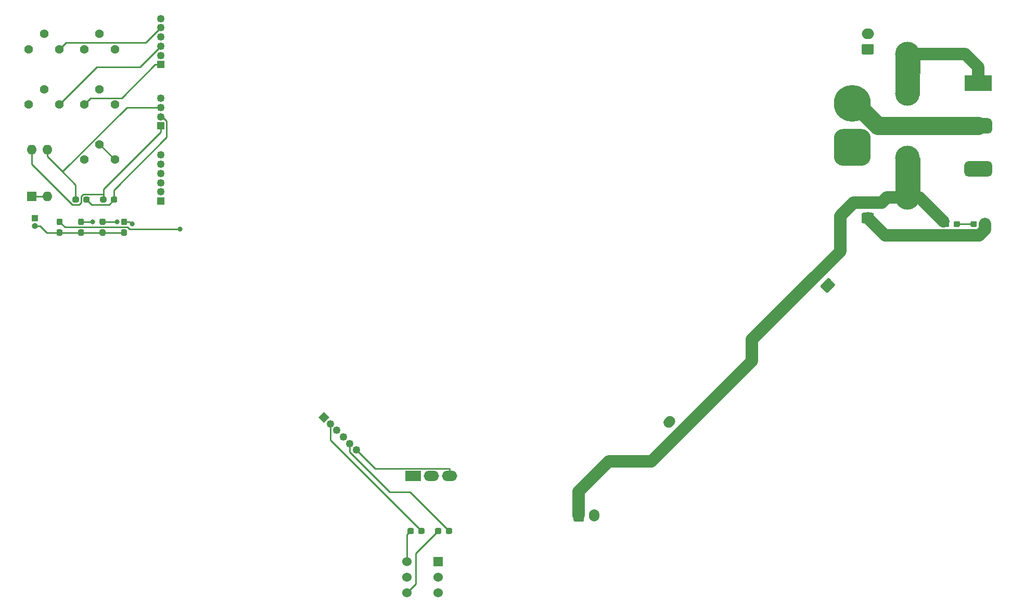
<source format=gtl>
G04 #@! TF.GenerationSoftware,KiCad,Pcbnew,(5.1.6)-1*
G04 #@! TF.CreationDate,2021-11-09T00:45:41+09:00*
G04 #@! TF.ProjectId,control20211108,636f6e74-726f-46c3-9230-323131313038,V1.1*
G04 #@! TF.SameCoordinates,Original*
G04 #@! TF.FileFunction,Copper,L1,Top*
G04 #@! TF.FilePolarity,Positive*
%FSLAX46Y46*%
G04 Gerber Fmt 4.6, Leading zero omitted, Abs format (unit mm)*
G04 Created by KiCad (PCBNEW (5.1.6)-1) date 2021-11-09 00:45:41*
%MOMM*%
%LPD*%
G01*
G04 APERTURE LIST*
G04 #@! TA.AperFunction,EtchedComponent*
%ADD10C,0.100000*%
G04 #@! TD*
G04 #@! TA.AperFunction,ComponentPad*
%ADD11O,1.700000X2.000000*%
G04 #@! TD*
G04 #@! TA.AperFunction,ComponentPad*
%ADD12C,1.251000*%
G04 #@! TD*
G04 #@! TA.AperFunction,ComponentPad*
%ADD13C,0.100000*%
G04 #@! TD*
G04 #@! TA.AperFunction,ComponentPad*
%ADD14R,1.251000X1.251000*%
G04 #@! TD*
G04 #@! TA.AperFunction,ComponentPad*
%ADD15O,2.000000X1.700000*%
G04 #@! TD*
G04 #@! TA.AperFunction,ComponentPad*
%ADD16O,1.000000X1.000000*%
G04 #@! TD*
G04 #@! TA.AperFunction,ComponentPad*
%ADD17R,1.000000X1.000000*%
G04 #@! TD*
G04 #@! TA.AperFunction,ComponentPad*
%ADD18C,1.524000*%
G04 #@! TD*
G04 #@! TA.AperFunction,ComponentPad*
%ADD19R,1.524000X1.524000*%
G04 #@! TD*
G04 #@! TA.AperFunction,ComponentPad*
%ADD20O,2.500000X1.700000*%
G04 #@! TD*
G04 #@! TA.AperFunction,ComponentPad*
%ADD21R,2.500000X1.700000*%
G04 #@! TD*
G04 #@! TA.AperFunction,ComponentPad*
%ADD22R,4.524000X2.524000*%
G04 #@! TD*
G04 #@! TA.AperFunction,ComponentPad*
%ADD23C,1.431000*%
G04 #@! TD*
G04 #@! TA.AperFunction,ComponentPad*
%ADD24C,6.000000*%
G04 #@! TD*
G04 #@! TA.AperFunction,ComponentPad*
%ADD25C,4.000000*%
G04 #@! TD*
G04 #@! TA.AperFunction,ComponentPad*
%ADD26O,1.600000X1.600000*%
G04 #@! TD*
G04 #@! TA.AperFunction,ComponentPad*
%ADD27R,1.600000X1.600000*%
G04 #@! TD*
G04 #@! TA.AperFunction,ViaPad*
%ADD28C,0.800000*%
G04 #@! TD*
G04 #@! TA.AperFunction,Conductor*
%ADD29C,0.250000*%
G04 #@! TD*
G04 #@! TA.AperFunction,Conductor*
%ADD30C,2.000000*%
G04 #@! TD*
G04 #@! TA.AperFunction,Conductor*
%ADD31C,0.951600*%
G04 #@! TD*
G04 #@! TA.AperFunction,Conductor*
%ADD32C,3.000000*%
G04 #@! TD*
G04 APERTURE END LIST*
D10*
G36*
X191500000Y-111946000D02*
G01*
X187500000Y-111946000D01*
X187500000Y-105246000D01*
X191500000Y-105246000D01*
X191500000Y-111946000D01*
G37*
X191500000Y-111946000D02*
X187500000Y-111946000D01*
X187500000Y-105246000D01*
X191500000Y-105246000D01*
X191500000Y-111946000D01*
G36*
X191400000Y-94954000D02*
G01*
X187500000Y-94754000D01*
X187500000Y-88154000D01*
X191500000Y-88154000D01*
X191400000Y-94954000D01*
G37*
X191400000Y-94954000D02*
X187500000Y-94754000D01*
X187500000Y-88154000D01*
X191500000Y-88154000D01*
X191400000Y-94954000D01*
G04 #@! TA.AperFunction,ComponentPad*
G36*
G01*
X175439340Y-124727208D02*
X175227208Y-124939340D01*
G75*
G02*
X174025126Y-124939340I-601041J601041D01*
G01*
X174025126Y-124939340D01*
G75*
G02*
X174025126Y-123737258I601041J601041D01*
G01*
X174237258Y-123525126D01*
G75*
G02*
X175439340Y-123525126I601041J-601041D01*
G01*
X175439340Y-123525126D01*
G75*
G02*
X175439340Y-124727208I-601041J-601041D01*
G01*
G37*
G04 #@! TD.AperFunction*
G04 #@! TA.AperFunction,ComponentPad*
G36*
G01*
X177631371Y-126070711D02*
X176570711Y-127131371D01*
G75*
G02*
X176217157Y-127131371I-176777J176777D01*
G01*
X175368629Y-126282843D01*
G75*
G02*
X175368629Y-125929289I176777J176777D01*
G01*
X176429289Y-124868629D01*
G75*
G02*
X176782843Y-124868629I176777J-176777D01*
G01*
X177631371Y-125717157D01*
G75*
G02*
X177631371Y-126070711I-176777J-176777D01*
G01*
G37*
G04 #@! TD.AperFunction*
G04 #@! TA.AperFunction,ComponentPad*
G36*
G01*
X151439340Y-148727208D02*
X151227208Y-148939340D01*
G75*
G02*
X150025126Y-148939340I-601041J601041D01*
G01*
X150025126Y-148939340D01*
G75*
G02*
X150025126Y-147737258I601041J601041D01*
G01*
X150237258Y-147525126D01*
G75*
G02*
X151439340Y-147525126I601041J-601041D01*
G01*
X151439340Y-147525126D01*
G75*
G02*
X151439340Y-148727208I-601041J-601041D01*
G01*
G37*
G04 #@! TD.AperFunction*
G04 #@! TA.AperFunction,ComponentPad*
G36*
G01*
X153631371Y-150070711D02*
X152570711Y-151131371D01*
G75*
G02*
X152217157Y-151131371I-176777J176777D01*
G01*
X151368629Y-150282843D01*
G75*
G02*
X151368629Y-149929289I176777J176777D01*
G01*
X152429289Y-148868629D01*
G75*
G02*
X152782843Y-148868629I176777J-176777D01*
G01*
X153631371Y-149717157D01*
G75*
G02*
X153631371Y-150070711I-176777J-176777D01*
G01*
G37*
G04 #@! TD.AperFunction*
D11*
X138500000Y-163500000D03*
G04 #@! TA.AperFunction,ComponentPad*
G36*
G01*
X135150000Y-164250000D02*
X135150000Y-162750000D01*
G75*
G02*
X135400000Y-162500000I250000J0D01*
G01*
X136600000Y-162500000D01*
G75*
G02*
X136850000Y-162750000I0J-250000D01*
G01*
X136850000Y-164250000D01*
G75*
G02*
X136600000Y-164500000I-250000J0D01*
G01*
X135400000Y-164500000D01*
G75*
G02*
X135150000Y-164250000I0J250000D01*
G01*
G37*
G04 #@! TD.AperFunction*
D12*
X99803301Y-152803301D03*
X98742641Y-151742641D03*
X97681981Y-150681981D03*
X96621320Y-149621320D03*
X95560660Y-148560660D03*
G04 #@! TA.AperFunction,ComponentPad*
D13*
G36*
X93615409Y-147500000D02*
G01*
X94500000Y-146615409D01*
X95384591Y-147500000D01*
X94500000Y-148384591D01*
X93615409Y-147500000D01*
G37*
G04 #@! TD.AperFunction*
D12*
X68000000Y-95500000D03*
X68000000Y-97000000D03*
X68000000Y-98500000D03*
D14*
X68000000Y-100000000D03*
D12*
X68000000Y-82500000D03*
X68000000Y-84000000D03*
X68000000Y-85500000D03*
X68000000Y-87000000D03*
X68000000Y-88500000D03*
D14*
X68000000Y-90000000D03*
D12*
X68000000Y-104750000D03*
X68000000Y-106250000D03*
X68000000Y-107750000D03*
X68000000Y-109250000D03*
X68000000Y-110750000D03*
D14*
X68000000Y-112250000D03*
D15*
X183000000Y-85000000D03*
G04 #@! TA.AperFunction,ComponentPad*
G36*
G01*
X183750000Y-88350000D02*
X182250000Y-88350000D01*
G75*
G02*
X182000000Y-88100000I0J250000D01*
G01*
X182000000Y-86900000D01*
G75*
G02*
X182250000Y-86650000I250000J0D01*
G01*
X183750000Y-86650000D01*
G75*
G02*
X184000000Y-86900000I0J-250000D01*
G01*
X184000000Y-88100000D01*
G75*
G02*
X183750000Y-88350000I-250000J0D01*
G01*
G37*
G04 #@! TD.AperFunction*
X183000000Y-112500000D03*
G04 #@! TA.AperFunction,ComponentPad*
G36*
G01*
X183750000Y-115850000D02*
X182250000Y-115850000D01*
G75*
G02*
X182000000Y-115600000I0J250000D01*
G01*
X182000000Y-114400000D01*
G75*
G02*
X182250000Y-114150000I250000J0D01*
G01*
X183750000Y-114150000D01*
G75*
G02*
X184000000Y-114400000I0J-250000D01*
G01*
X184000000Y-115600000D01*
G75*
G02*
X183750000Y-115850000I-250000J0D01*
G01*
G37*
G04 #@! TD.AperFunction*
D16*
X47500000Y-116270000D03*
D17*
X47500000Y-115000000D03*
G04 #@! TA.AperFunction,SMDPad,CuDef*
G36*
G01*
X62237500Y-116150000D02*
X61762500Y-116150000D01*
G75*
G02*
X61525000Y-115912500I0J237500D01*
G01*
X61525000Y-115337500D01*
G75*
G02*
X61762500Y-115100000I237500J0D01*
G01*
X62237500Y-115100000D01*
G75*
G02*
X62475000Y-115337500I0J-237500D01*
G01*
X62475000Y-115912500D01*
G75*
G02*
X62237500Y-116150000I-237500J0D01*
G01*
G37*
G04 #@! TD.AperFunction*
G04 #@! TA.AperFunction,SMDPad,CuDef*
G36*
G01*
X62237500Y-117900000D02*
X61762500Y-117900000D01*
G75*
G02*
X61525000Y-117662500I0J237500D01*
G01*
X61525000Y-117087500D01*
G75*
G02*
X61762500Y-116850000I237500J0D01*
G01*
X62237500Y-116850000D01*
G75*
G02*
X62475000Y-117087500I0J-237500D01*
G01*
X62475000Y-117662500D01*
G75*
G02*
X62237500Y-117900000I-237500J0D01*
G01*
G37*
G04 #@! TD.AperFunction*
G04 #@! TA.AperFunction,SMDPad,CuDef*
G36*
G01*
X58737500Y-116150000D02*
X58262500Y-116150000D01*
G75*
G02*
X58025000Y-115912500I0J237500D01*
G01*
X58025000Y-115337500D01*
G75*
G02*
X58262500Y-115100000I237500J0D01*
G01*
X58737500Y-115100000D01*
G75*
G02*
X58975000Y-115337500I0J-237500D01*
G01*
X58975000Y-115912500D01*
G75*
G02*
X58737500Y-116150000I-237500J0D01*
G01*
G37*
G04 #@! TD.AperFunction*
G04 #@! TA.AperFunction,SMDPad,CuDef*
G36*
G01*
X58737500Y-117900000D02*
X58262500Y-117900000D01*
G75*
G02*
X58025000Y-117662500I0J237500D01*
G01*
X58025000Y-117087500D01*
G75*
G02*
X58262500Y-116850000I237500J0D01*
G01*
X58737500Y-116850000D01*
G75*
G02*
X58975000Y-117087500I0J-237500D01*
G01*
X58975000Y-117662500D01*
G75*
G02*
X58737500Y-117900000I-237500J0D01*
G01*
G37*
G04 #@! TD.AperFunction*
G04 #@! TA.AperFunction,SMDPad,CuDef*
G36*
G01*
X55237500Y-116150000D02*
X54762500Y-116150000D01*
G75*
G02*
X54525000Y-115912500I0J237500D01*
G01*
X54525000Y-115337500D01*
G75*
G02*
X54762500Y-115100000I237500J0D01*
G01*
X55237500Y-115100000D01*
G75*
G02*
X55475000Y-115337500I0J-237500D01*
G01*
X55475000Y-115912500D01*
G75*
G02*
X55237500Y-116150000I-237500J0D01*
G01*
G37*
G04 #@! TD.AperFunction*
G04 #@! TA.AperFunction,SMDPad,CuDef*
G36*
G01*
X55237500Y-117900000D02*
X54762500Y-117900000D01*
G75*
G02*
X54525000Y-117662500I0J237500D01*
G01*
X54525000Y-117087500D01*
G75*
G02*
X54762500Y-116850000I237500J0D01*
G01*
X55237500Y-116850000D01*
G75*
G02*
X55475000Y-117087500I0J-237500D01*
G01*
X55475000Y-117662500D01*
G75*
G02*
X55237500Y-117900000I-237500J0D01*
G01*
G37*
G04 #@! TD.AperFunction*
G04 #@! TA.AperFunction,SMDPad,CuDef*
G36*
G01*
X51737500Y-116150000D02*
X51262500Y-116150000D01*
G75*
G02*
X51025000Y-115912500I0J237500D01*
G01*
X51025000Y-115337500D01*
G75*
G02*
X51262500Y-115100000I237500J0D01*
G01*
X51737500Y-115100000D01*
G75*
G02*
X51975000Y-115337500I0J-237500D01*
G01*
X51975000Y-115912500D01*
G75*
G02*
X51737500Y-116150000I-237500J0D01*
G01*
G37*
G04 #@! TD.AperFunction*
G04 #@! TA.AperFunction,SMDPad,CuDef*
G36*
G01*
X51737500Y-117900000D02*
X51262500Y-117900000D01*
G75*
G02*
X51025000Y-117662500I0J237500D01*
G01*
X51025000Y-117087500D01*
G75*
G02*
X51262500Y-116850000I237500J0D01*
G01*
X51737500Y-116850000D01*
G75*
G02*
X51975000Y-117087500I0J-237500D01*
G01*
X51975000Y-117662500D01*
G75*
G02*
X51737500Y-117900000I-237500J0D01*
G01*
G37*
G04 #@! TD.AperFunction*
D18*
X108000000Y-171000000D03*
X113080000Y-173540000D03*
X113080000Y-176080000D03*
X108000000Y-176080000D03*
X108000000Y-173540000D03*
D19*
X113080000Y-171000000D03*
D20*
X115000000Y-157000000D03*
X112000000Y-157000000D03*
D21*
X109000000Y-157000000D03*
G04 #@! TA.AperFunction,ComponentPad*
G36*
G01*
X198738000Y-100631000D02*
X198738000Y-99369000D01*
G75*
G02*
X199369000Y-98738000I631000J0D01*
G01*
X202631000Y-98738000D01*
G75*
G02*
X203262000Y-99369000I0J-631000D01*
G01*
X203262000Y-100631000D01*
G75*
G02*
X202631000Y-101262000I-631000J0D01*
G01*
X199369000Y-101262000D01*
G75*
G02*
X198738000Y-100631000I0J631000D01*
G01*
G37*
G04 #@! TD.AperFunction*
G04 #@! TA.AperFunction,ComponentPad*
G36*
G01*
X198738000Y-107631000D02*
X198738000Y-106369000D01*
G75*
G02*
X199369000Y-105738000I631000J0D01*
G01*
X202631000Y-105738000D01*
G75*
G02*
X203262000Y-106369000I0J-631000D01*
G01*
X203262000Y-107631000D01*
G75*
G02*
X202631000Y-108262000I-631000J0D01*
G01*
X199369000Y-108262000D01*
G75*
G02*
X198738000Y-107631000I0J631000D01*
G01*
G37*
G04 #@! TD.AperFunction*
D22*
X201000000Y-93000000D03*
D23*
X60500000Y-105500000D03*
X58000000Y-103000000D03*
X55500000Y-105500000D03*
X51500000Y-96500000D03*
X49000000Y-94000000D03*
X46500000Y-96500000D03*
X60500000Y-96500000D03*
X58000000Y-94000000D03*
X55500000Y-96500000D03*
X51500000Y-87500000D03*
X49000000Y-85000000D03*
X46500000Y-87500000D03*
X60500000Y-87500000D03*
X58000000Y-85000000D03*
X55500000Y-87500000D03*
G04 #@! TA.AperFunction,SMDPad,CuDef*
G36*
G01*
X113650000Y-165762500D02*
X113650000Y-166237500D01*
G75*
G02*
X113412500Y-166475000I-237500J0D01*
G01*
X112837500Y-166475000D01*
G75*
G02*
X112600000Y-166237500I0J237500D01*
G01*
X112600000Y-165762500D01*
G75*
G02*
X112837500Y-165525000I237500J0D01*
G01*
X113412500Y-165525000D01*
G75*
G02*
X113650000Y-165762500I0J-237500D01*
G01*
G37*
G04 #@! TD.AperFunction*
G04 #@! TA.AperFunction,SMDPad,CuDef*
G36*
G01*
X115400000Y-165762500D02*
X115400000Y-166237500D01*
G75*
G02*
X115162500Y-166475000I-237500J0D01*
G01*
X114587500Y-166475000D01*
G75*
G02*
X114350000Y-166237500I0J237500D01*
G01*
X114350000Y-165762500D01*
G75*
G02*
X114587500Y-165525000I237500J0D01*
G01*
X115162500Y-165525000D01*
G75*
G02*
X115400000Y-165762500I0J-237500D01*
G01*
G37*
G04 #@! TD.AperFunction*
G04 #@! TA.AperFunction,SMDPad,CuDef*
G36*
G01*
X109150000Y-165762500D02*
X109150000Y-166237500D01*
G75*
G02*
X108912500Y-166475000I-237500J0D01*
G01*
X108337500Y-166475000D01*
G75*
G02*
X108100000Y-166237500I0J237500D01*
G01*
X108100000Y-165762500D01*
G75*
G02*
X108337500Y-165525000I237500J0D01*
G01*
X108912500Y-165525000D01*
G75*
G02*
X109150000Y-165762500I0J-237500D01*
G01*
G37*
G04 #@! TD.AperFunction*
G04 #@! TA.AperFunction,SMDPad,CuDef*
G36*
G01*
X110900000Y-165762500D02*
X110900000Y-166237500D01*
G75*
G02*
X110662500Y-166475000I-237500J0D01*
G01*
X110087500Y-166475000D01*
G75*
G02*
X109850000Y-166237500I0J237500D01*
G01*
X109850000Y-165762500D01*
G75*
G02*
X110087500Y-165525000I237500J0D01*
G01*
X110662500Y-165525000D01*
G75*
G02*
X110900000Y-165762500I0J-237500D01*
G01*
G37*
G04 #@! TD.AperFunction*
G04 #@! TA.AperFunction,SMDPad,CuDef*
G36*
G01*
X59150000Y-111762500D02*
X59150000Y-112237500D01*
G75*
G02*
X58912500Y-112475000I-237500J0D01*
G01*
X58337500Y-112475000D01*
G75*
G02*
X58100000Y-112237500I0J237500D01*
G01*
X58100000Y-111762500D01*
G75*
G02*
X58337500Y-111525000I237500J0D01*
G01*
X58912500Y-111525000D01*
G75*
G02*
X59150000Y-111762500I0J-237500D01*
G01*
G37*
G04 #@! TD.AperFunction*
G04 #@! TA.AperFunction,SMDPad,CuDef*
G36*
G01*
X60900000Y-111762500D02*
X60900000Y-112237500D01*
G75*
G02*
X60662500Y-112475000I-237500J0D01*
G01*
X60087500Y-112475000D01*
G75*
G02*
X59850000Y-112237500I0J237500D01*
G01*
X59850000Y-111762500D01*
G75*
G02*
X60087500Y-111525000I237500J0D01*
G01*
X60662500Y-111525000D01*
G75*
G02*
X60900000Y-111762500I0J-237500D01*
G01*
G37*
G04 #@! TD.AperFunction*
G04 #@! TA.AperFunction,SMDPad,CuDef*
G36*
G01*
X54650000Y-111762500D02*
X54650000Y-112237500D01*
G75*
G02*
X54412500Y-112475000I-237500J0D01*
G01*
X53837500Y-112475000D01*
G75*
G02*
X53600000Y-112237500I0J237500D01*
G01*
X53600000Y-111762500D01*
G75*
G02*
X53837500Y-111525000I237500J0D01*
G01*
X54412500Y-111525000D01*
G75*
G02*
X54650000Y-111762500I0J-237500D01*
G01*
G37*
G04 #@! TD.AperFunction*
G04 #@! TA.AperFunction,SMDPad,CuDef*
G36*
G01*
X56400000Y-111762500D02*
X56400000Y-112237500D01*
G75*
G02*
X56162500Y-112475000I-237500J0D01*
G01*
X55587500Y-112475000D01*
G75*
G02*
X55350000Y-112237500I0J237500D01*
G01*
X55350000Y-111762500D01*
G75*
G02*
X55587500Y-111525000I237500J0D01*
G01*
X56162500Y-111525000D01*
G75*
G02*
X56400000Y-111762500I0J-237500D01*
G01*
G37*
G04 #@! TD.AperFunction*
G04 #@! TA.AperFunction,SMDPad,CuDef*
G36*
G01*
X196975000Y-116237500D02*
X196975000Y-115762500D01*
G75*
G02*
X197212500Y-115525000I237500J0D01*
G01*
X197787500Y-115525000D01*
G75*
G02*
X198025000Y-115762500I0J-237500D01*
G01*
X198025000Y-116237500D01*
G75*
G02*
X197787500Y-116475000I-237500J0D01*
G01*
X197212500Y-116475000D01*
G75*
G02*
X196975000Y-116237500I0J237500D01*
G01*
G37*
G04 #@! TD.AperFunction*
G04 #@! TA.AperFunction,SMDPad,CuDef*
G36*
G01*
X195225000Y-116237500D02*
X195225000Y-115762500D01*
G75*
G02*
X195462500Y-115525000I237500J0D01*
G01*
X196037500Y-115525000D01*
G75*
G02*
X196275000Y-115762500I0J-237500D01*
G01*
X196275000Y-116237500D01*
G75*
G02*
X196037500Y-116475000I-237500J0D01*
G01*
X195462500Y-116475000D01*
G75*
G02*
X195225000Y-116237500I0J237500D01*
G01*
G37*
G04 #@! TD.AperFunction*
G04 #@! TA.AperFunction,ComponentPad*
G36*
G01*
X182000000Y-106500000D02*
X179000000Y-106500000D01*
G75*
G02*
X177500000Y-105000000I0J1500000D01*
G01*
X177500000Y-102000000D01*
G75*
G02*
X179000000Y-100500000I1500000J0D01*
G01*
X182000000Y-100500000D01*
G75*
G02*
X183500000Y-102000000I0J-1500000D01*
G01*
X183500000Y-105000000D01*
G75*
G02*
X182000000Y-106500000I-1500000J0D01*
G01*
G37*
G04 #@! TD.AperFunction*
D24*
X180500000Y-96300000D03*
D25*
X189500000Y-88316000D03*
X189500000Y-111684000D03*
X189500000Y-94754000D03*
X189500000Y-105246000D03*
G04 #@! TA.AperFunction,SMDPad,CuDef*
G36*
G01*
X200775000Y-115762500D02*
X200775000Y-116237500D01*
G75*
G02*
X200537500Y-116475000I-237500J0D01*
G01*
X199962500Y-116475000D01*
G75*
G02*
X199725000Y-116237500I0J237500D01*
G01*
X199725000Y-115762500D01*
G75*
G02*
X199962500Y-115525000I237500J0D01*
G01*
X200537500Y-115525000D01*
G75*
G02*
X200775000Y-115762500I0J-237500D01*
G01*
G37*
G04 #@! TD.AperFunction*
G04 #@! TA.AperFunction,SMDPad,CuDef*
G36*
G01*
X202525000Y-115762500D02*
X202525000Y-116237500D01*
G75*
G02*
X202287500Y-116475000I-237500J0D01*
G01*
X201712500Y-116475000D01*
G75*
G02*
X201475000Y-116237500I0J237500D01*
G01*
X201475000Y-115762500D01*
G75*
G02*
X201712500Y-115525000I237500J0D01*
G01*
X202287500Y-115525000D01*
G75*
G02*
X202525000Y-115762500I0J-237500D01*
G01*
G37*
G04 #@! TD.AperFunction*
D26*
X47000000Y-103880000D03*
X49540000Y-111500000D03*
X49540000Y-103880000D03*
D27*
X47000000Y-111500000D03*
D28*
X71098100Y-116775300D03*
X56847200Y-115625000D03*
X60889600Y-115625000D03*
X63290200Y-115984700D03*
D29*
X58625000Y-111138400D02*
X58625000Y-110325800D01*
X58625000Y-110325800D02*
X68000000Y-100950800D01*
X58625000Y-112000000D02*
X58625000Y-111138400D01*
X47000000Y-103880000D02*
X47000000Y-106205600D01*
X47000000Y-106205600D02*
X53595700Y-112801300D01*
X53595700Y-112801300D02*
X54678800Y-112801300D01*
X54678800Y-112801300D02*
X55000000Y-112480100D01*
X55000000Y-112480100D02*
X55000000Y-111507800D01*
X55000000Y-111507800D02*
X55369400Y-111138400D01*
X55369400Y-111138400D02*
X58625000Y-111138400D01*
X68000000Y-100000000D02*
X68000000Y-100950800D01*
X47000000Y-111500000D02*
X49540000Y-111500000D01*
X51985800Y-107451100D02*
X54125000Y-109590300D01*
X54125000Y-109590300D02*
X54125000Y-112000000D01*
X49540000Y-105005300D02*
X51985800Y-107451100D01*
X51985800Y-107451100D02*
X62436900Y-97000000D01*
X62436900Y-97000000D02*
X68000000Y-97000000D01*
X49540000Y-103880000D02*
X49540000Y-105005300D01*
X200250000Y-116000000D02*
X197500000Y-116000000D01*
D30*
X185250000Y-117250000D02*
X185854100Y-117854100D01*
X185854100Y-117854100D02*
X201135200Y-117854100D01*
X201135200Y-117854100D02*
X202076400Y-116912900D01*
X202076400Y-116912900D02*
X202076400Y-116000000D01*
X183000000Y-115000000D02*
X185108800Y-117108800D01*
X185108800Y-117108800D02*
X185108900Y-117108800D01*
X185108900Y-117108800D02*
X185108900Y-117108900D01*
X185108900Y-117108900D02*
X185250000Y-117250000D01*
D31*
X202076400Y-116000000D02*
X202000000Y-116000000D01*
D30*
X201000000Y-93000000D02*
X201000000Y-90437700D01*
X189500000Y-88316000D02*
X198878300Y-88316000D01*
X198878300Y-88316000D02*
X201000000Y-90437700D01*
X174732200Y-124232200D02*
X164172100Y-134792300D01*
X164172100Y-134792300D02*
X164172100Y-138327900D01*
X164172100Y-138327900D02*
X152500000Y-150000000D01*
X180699700Y-112500000D02*
X178514600Y-114685100D01*
X178514600Y-114685100D02*
X178514600Y-120449800D01*
X178514600Y-120449800D02*
X174732200Y-124232200D01*
X136000000Y-163500000D02*
X136000000Y-159598800D01*
X136000000Y-159598800D02*
X140899200Y-154699600D01*
X140899200Y-154699600D02*
X147800400Y-154699600D01*
X147800400Y-154699600D02*
X152500000Y-150000000D01*
X183000000Y-112500000D02*
X185300300Y-112500000D01*
X189500000Y-111684000D02*
X186116300Y-111684000D01*
X186116300Y-111684000D02*
X185300300Y-112500000D01*
X195275000Y-115525000D02*
X191434000Y-111684000D01*
X191434000Y-111684000D02*
X189500000Y-111684000D01*
X183000000Y-112500000D02*
X180699700Y-112500000D01*
D31*
X195275000Y-115525000D02*
X195750000Y-116000000D01*
D32*
X180500000Y-96300000D02*
X180967500Y-96300000D01*
X180967500Y-96300000D02*
X184667500Y-100000000D01*
X184667500Y-100000000D02*
X201000000Y-100000000D01*
D29*
X51500000Y-87500000D02*
X52540900Y-86459100D01*
X52540900Y-86459100D02*
X65540900Y-86459100D01*
X65540900Y-86459100D02*
X68000000Y-84000000D01*
X51500000Y-96500000D02*
X57568800Y-90431200D01*
X57568800Y-90431200D02*
X64568800Y-90431200D01*
X64568800Y-90431200D02*
X68000000Y-87000000D01*
X58000000Y-103000000D02*
X60500000Y-105500000D01*
X68000000Y-90000000D02*
X67049200Y-90000000D01*
X55500000Y-96500000D02*
X56540900Y-95459100D01*
X56540900Y-95459100D02*
X61590100Y-95459100D01*
X61590100Y-95459100D02*
X67049200Y-90000000D01*
X55875000Y-112000000D02*
X56682900Y-112807900D01*
X56682900Y-112807900D02*
X59567100Y-112807900D01*
X59567100Y-112807900D02*
X60375000Y-112000000D01*
X60375000Y-112000000D02*
X60375000Y-110437800D01*
X60375000Y-110437800D02*
X68950900Y-101861900D01*
X68950900Y-101861900D02*
X68950900Y-99224900D01*
X68950900Y-99224900D02*
X68226000Y-98500000D01*
X68226000Y-98500000D02*
X68000000Y-98500000D01*
X115000000Y-157000000D02*
X115000000Y-155824700D01*
X115000000Y-155824700D02*
X102824700Y-155824700D01*
X102824700Y-155824700D02*
X99803300Y-152803300D01*
X114875000Y-166000000D02*
X108510800Y-159635800D01*
X108510800Y-159635800D02*
X105249300Y-159635800D01*
X105249300Y-159635800D02*
X98742600Y-153129100D01*
X98742600Y-153129100D02*
X98742600Y-151742600D01*
X110375000Y-166000000D02*
X95560700Y-151185700D01*
X95560700Y-151185700D02*
X95560700Y-148560700D01*
X108625000Y-166000000D02*
X108000000Y-166625000D01*
X108000000Y-166625000D02*
X108000000Y-171000000D01*
X113125000Y-166000000D02*
X109452600Y-169672400D01*
X109452600Y-169672400D02*
X109452600Y-174627400D01*
X109452600Y-174627400D02*
X108000000Y-176080000D01*
X51500000Y-115625000D02*
X52375000Y-116500000D01*
X52375000Y-116500000D02*
X62598400Y-116500000D01*
X62598400Y-116500000D02*
X62873600Y-116775200D01*
X62873600Y-116775200D02*
X71098100Y-116775200D01*
X71098100Y-116775200D02*
X71098100Y-116775300D01*
X47500000Y-116270000D02*
X48325300Y-116270000D01*
X51500000Y-117375000D02*
X49430300Y-117375000D01*
X49430300Y-117375000D02*
X48325300Y-116270000D01*
X55000000Y-117375000D02*
X51500000Y-117375000D01*
X58500000Y-117375000D02*
X62000000Y-117375000D01*
X55000000Y-117375000D02*
X58500000Y-117375000D01*
X55000000Y-115625000D02*
X56847200Y-115625000D01*
X58500000Y-115625000D02*
X60889600Y-115625000D01*
X62000000Y-115625000D02*
X62930500Y-115625000D01*
X62930500Y-115625000D02*
X63290200Y-115984700D01*
M02*

</source>
